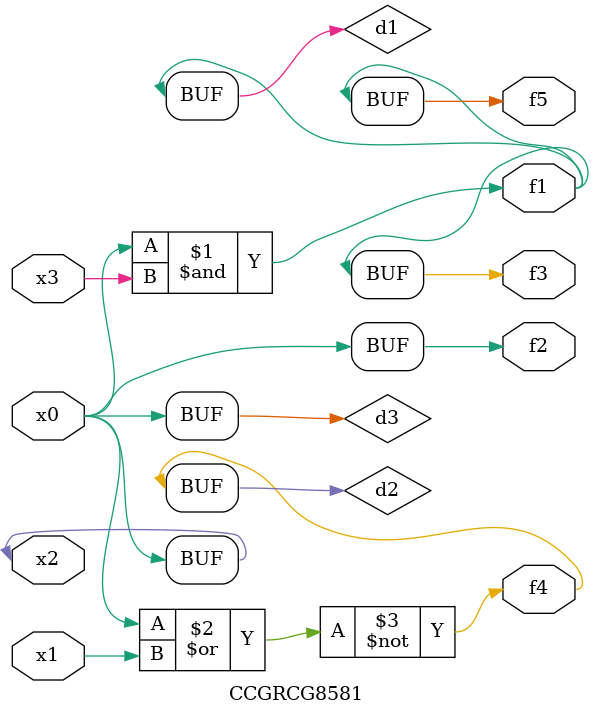
<source format=v>
module CCGRCG8581(
	input x0, x1, x2, x3,
	output f1, f2, f3, f4, f5
);

	wire d1, d2, d3;

	and (d1, x2, x3);
	nor (d2, x0, x1);
	buf (d3, x0, x2);
	assign f1 = d1;
	assign f2 = d3;
	assign f3 = d1;
	assign f4 = d2;
	assign f5 = d1;
endmodule

</source>
